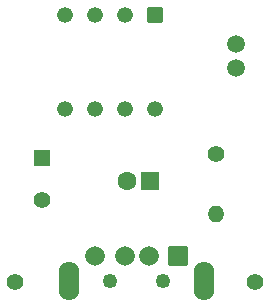
<source format=gbr>
%TF.GenerationSoftware,KiCad,Pcbnew,7.0.8*%
%TF.CreationDate,2024-10-30T19:07:13-07:00*%
%TF.ProjectId,ECE196Team13_2,45434531-3936-4546-9561-6d31335f322e,rev?*%
%TF.SameCoordinates,Original*%
%TF.FileFunction,Soldermask,Bot*%
%TF.FilePolarity,Negative*%
%FSLAX46Y46*%
G04 Gerber Fmt 4.6, Leading zero omitted, Abs format (unit mm)*
G04 Created by KiCad (PCBNEW 7.0.8) date 2024-10-30 19:07:13*
%MOMM*%
%LPD*%
G01*
G04 APERTURE LIST*
G04 Aperture macros list*
%AMRoundRect*
0 Rectangle with rounded corners*
0 $1 Rounding radius*
0 $2 $3 $4 $5 $6 $7 $8 $9 X,Y pos of 4 corners*
0 Add a 4 corners polygon primitive as box body*
4,1,4,$2,$3,$4,$5,$6,$7,$8,$9,$2,$3,0*
0 Add four circle primitives for the rounded corners*
1,1,$1+$1,$2,$3*
1,1,$1+$1,$4,$5*
1,1,$1+$1,$6,$7*
1,1,$1+$1,$8,$9*
0 Add four rect primitives between the rounded corners*
20,1,$1+$1,$2,$3,$4,$5,0*
20,1,$1+$1,$4,$5,$6,$7,0*
20,1,$1+$1,$6,$7,$8,$9,0*
20,1,$1+$1,$8,$9,$2,$3,0*%
G04 Aperture macros list end*
%ADD10C,1.400000*%
%ADD11R,1.600000X1.600000*%
%ADD12C,1.600000*%
%ADD13C,1.404000*%
%ADD14RoundRect,0.102000X-0.600000X0.600000X-0.600000X-0.600000X0.600000X-0.600000X0.600000X0.600000X0*%
%ADD15C,1.250000*%
%ADD16RoundRect,0.076200X-0.754000X-0.754000X0.754000X-0.754000X0.754000X0.754000X-0.754000X0.754000X0*%
%ADD17C,1.660400*%
%ADD18O,1.727400X3.302400*%
%ADD19O,1.400000X1.400000*%
%ADD20RoundRect,0.102000X-0.565000X0.565000X-0.565000X-0.565000X0.565000X-0.565000X0.565000X0.565000X0*%
%ADD21C,1.334000*%
%ADD22C,1.512000*%
G04 APERTURE END LIST*
D10*
%TO.C,A2*%
X139475000Y-128450000D03*
%TD*%
%TO.C,A1*%
X159850000Y-128450000D03*
%TD*%
D11*
%TO.C,C1*%
X150955113Y-119875000D03*
D12*
X148955113Y-119875000D03*
%TD*%
D13*
%TO.C,C3*%
X141750000Y-121475000D03*
D14*
X141750000Y-117975000D03*
%TD*%
D15*
%TO.C,I1*%
X147555750Y-128387500D03*
X152055750Y-128387500D03*
D16*
X153305750Y-126287500D03*
D17*
X150805750Y-126287500D03*
X148805750Y-126287500D03*
X146305750Y-126287500D03*
D18*
X155505750Y-128387500D03*
X144105750Y-128387500D03*
%TD*%
D10*
%TO.C,R1*%
X156550000Y-117645000D03*
D19*
X156550000Y-122725000D03*
%TD*%
D20*
%TO.C,U1*%
X151345000Y-105890000D03*
D21*
X148805000Y-105890000D03*
X146265000Y-105890000D03*
X143725000Y-105890000D03*
X143725000Y-113830000D03*
X146265000Y-113830000D03*
X148805000Y-113830000D03*
X151345000Y-113830000D03*
%TD*%
D22*
%TO.C,C2*%
X158235000Y-110310000D03*
X158235000Y-108310000D03*
%TD*%
M02*

</source>
